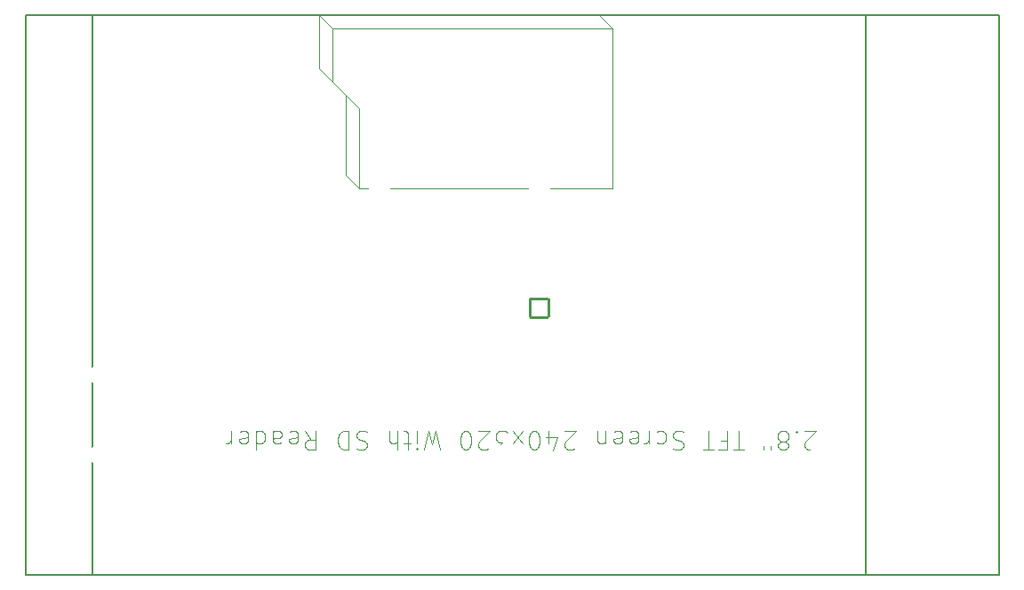
<source format=gbr>
%TF.GenerationSoftware,KiCad,Pcbnew,8.0.4*%
%TF.CreationDate,2024-09-20T15:57:52-06:00*%
%TF.ProjectId,Subsystem SPI Breakout v3,53756273-7973-4746-956d-205350492042,rev?*%
%TF.SameCoordinates,Original*%
%TF.FileFunction,Legend,Bot*%
%TF.FilePolarity,Positive*%
%FSLAX46Y46*%
G04 Gerber Fmt 4.6, Leading zero omitted, Abs format (unit mm)*
G04 Created by KiCad (PCBNEW 8.0.4) date 2024-09-20 15:57:52*
%MOMM*%
%LPD*%
G01*
G04 APERTURE LIST*
G04 Aperture macros list*
%AMRoundRect*
0 Rectangle with rounded corners*
0 $1 Rounding radius*
0 $2 $3 $4 $5 $6 $7 $8 $9 X,Y pos of 4 corners*
0 Add a 4 corners polygon primitive as box body*
4,1,4,$2,$3,$4,$5,$6,$7,$8,$9,$2,$3,0*
0 Add four circle primitives for the rounded corners*
1,1,$1+$1,$2,$3*
1,1,$1+$1,$4,$5*
1,1,$1+$1,$6,$7*
1,1,$1+$1,$8,$9*
0 Add four rect primitives between the rounded corners*
20,1,$1+$1,$2,$3,$4,$5,0*
20,1,$1+$1,$4,$5,$6,$7,0*
20,1,$1+$1,$6,$7,$8,$9,0*
20,1,$1+$1,$8,$9,$2,$3,0*%
G04 Aperture macros list end*
%ADD10C,0.100000*%
%ADD11C,0.200000*%
%ADD12C,2.794000*%
%ADD13C,1.524000*%
%ADD14R,1.524000X1.524000*%
%ADD15C,1.982000*%
%ADD16R,1.500000X1.050000*%
%ADD17O,1.500000X1.050000*%
%ADD18C,1.905000*%
%ADD19R,3.000000X3.000000*%
%ADD20C,3.000000*%
%ADD21RoundRect,0.102000X0.889000X0.889000X-0.889000X0.889000X-0.889000X-0.889000X0.889000X-0.889000X0*%
G04 APERTURE END LIST*
D10*
X181205544Y-109781459D02*
X181120877Y-109866125D01*
X181120877Y-109866125D02*
X180951544Y-109950792D01*
X180951544Y-109950792D02*
X180528211Y-109950792D01*
X180528211Y-109950792D02*
X180358877Y-109866125D01*
X180358877Y-109866125D02*
X180274211Y-109781459D01*
X180274211Y-109781459D02*
X180189544Y-109612125D01*
X180189544Y-109612125D02*
X180189544Y-109442792D01*
X180189544Y-109442792D02*
X180274211Y-109188792D01*
X180274211Y-109188792D02*
X181290211Y-108172792D01*
X181290211Y-108172792D02*
X180189544Y-108172792D01*
X179427544Y-108342125D02*
X179342878Y-108257459D01*
X179342878Y-108257459D02*
X179427544Y-108172792D01*
X179427544Y-108172792D02*
X179512211Y-108257459D01*
X179512211Y-108257459D02*
X179427544Y-108342125D01*
X179427544Y-108342125D02*
X179427544Y-108172792D01*
X178326877Y-109188792D02*
X178496211Y-109273459D01*
X178496211Y-109273459D02*
X178580877Y-109358125D01*
X178580877Y-109358125D02*
X178665544Y-109527459D01*
X178665544Y-109527459D02*
X178665544Y-109612125D01*
X178665544Y-109612125D02*
X178580877Y-109781459D01*
X178580877Y-109781459D02*
X178496211Y-109866125D01*
X178496211Y-109866125D02*
X178326877Y-109950792D01*
X178326877Y-109950792D02*
X177988211Y-109950792D01*
X177988211Y-109950792D02*
X177818877Y-109866125D01*
X177818877Y-109866125D02*
X177734211Y-109781459D01*
X177734211Y-109781459D02*
X177649544Y-109612125D01*
X177649544Y-109612125D02*
X177649544Y-109527459D01*
X177649544Y-109527459D02*
X177734211Y-109358125D01*
X177734211Y-109358125D02*
X177818877Y-109273459D01*
X177818877Y-109273459D02*
X177988211Y-109188792D01*
X177988211Y-109188792D02*
X178326877Y-109188792D01*
X178326877Y-109188792D02*
X178496211Y-109104125D01*
X178496211Y-109104125D02*
X178580877Y-109019459D01*
X178580877Y-109019459D02*
X178665544Y-108850125D01*
X178665544Y-108850125D02*
X178665544Y-108511459D01*
X178665544Y-108511459D02*
X178580877Y-108342125D01*
X178580877Y-108342125D02*
X178496211Y-108257459D01*
X178496211Y-108257459D02*
X178326877Y-108172792D01*
X178326877Y-108172792D02*
X177988211Y-108172792D01*
X177988211Y-108172792D02*
X177818877Y-108257459D01*
X177818877Y-108257459D02*
X177734211Y-108342125D01*
X177734211Y-108342125D02*
X177649544Y-108511459D01*
X177649544Y-108511459D02*
X177649544Y-108850125D01*
X177649544Y-108850125D02*
X177734211Y-109019459D01*
X177734211Y-109019459D02*
X177818877Y-109104125D01*
X177818877Y-109104125D02*
X177988211Y-109188792D01*
X176972211Y-109950792D02*
X176972211Y-109612125D01*
X176294878Y-109950792D02*
X176294878Y-109612125D01*
X174432210Y-109950792D02*
X173416210Y-109950792D01*
X173924210Y-108172792D02*
X173924210Y-109950792D01*
X172230877Y-109104125D02*
X172823543Y-109104125D01*
X172823543Y-108172792D02*
X172823543Y-109950792D01*
X172823543Y-109950792D02*
X171976877Y-109950792D01*
X171553543Y-109950792D02*
X170537543Y-109950792D01*
X171045543Y-108172792D02*
X171045543Y-109950792D01*
X168674876Y-108257459D02*
X168420876Y-108172792D01*
X168420876Y-108172792D02*
X167997543Y-108172792D01*
X167997543Y-108172792D02*
X167828209Y-108257459D01*
X167828209Y-108257459D02*
X167743543Y-108342125D01*
X167743543Y-108342125D02*
X167658876Y-108511459D01*
X167658876Y-108511459D02*
X167658876Y-108680792D01*
X167658876Y-108680792D02*
X167743543Y-108850125D01*
X167743543Y-108850125D02*
X167828209Y-108934792D01*
X167828209Y-108934792D02*
X167997543Y-109019459D01*
X167997543Y-109019459D02*
X168336209Y-109104125D01*
X168336209Y-109104125D02*
X168505543Y-109188792D01*
X168505543Y-109188792D02*
X168590209Y-109273459D01*
X168590209Y-109273459D02*
X168674876Y-109442792D01*
X168674876Y-109442792D02*
X168674876Y-109612125D01*
X168674876Y-109612125D02*
X168590209Y-109781459D01*
X168590209Y-109781459D02*
X168505543Y-109866125D01*
X168505543Y-109866125D02*
X168336209Y-109950792D01*
X168336209Y-109950792D02*
X167912876Y-109950792D01*
X167912876Y-109950792D02*
X167658876Y-109866125D01*
X166134876Y-108257459D02*
X166304210Y-108172792D01*
X166304210Y-108172792D02*
X166642876Y-108172792D01*
X166642876Y-108172792D02*
X166812210Y-108257459D01*
X166812210Y-108257459D02*
X166896876Y-108342125D01*
X166896876Y-108342125D02*
X166981543Y-108511459D01*
X166981543Y-108511459D02*
X166981543Y-109019459D01*
X166981543Y-109019459D02*
X166896876Y-109188792D01*
X166896876Y-109188792D02*
X166812210Y-109273459D01*
X166812210Y-109273459D02*
X166642876Y-109358125D01*
X166642876Y-109358125D02*
X166304210Y-109358125D01*
X166304210Y-109358125D02*
X166134876Y-109273459D01*
X165372876Y-108172792D02*
X165372876Y-109358125D01*
X165372876Y-109019459D02*
X165288210Y-109188792D01*
X165288210Y-109188792D02*
X165203543Y-109273459D01*
X165203543Y-109273459D02*
X165034210Y-109358125D01*
X165034210Y-109358125D02*
X164864876Y-109358125D01*
X163594876Y-108257459D02*
X163764209Y-108172792D01*
X163764209Y-108172792D02*
X164102876Y-108172792D01*
X164102876Y-108172792D02*
X164272209Y-108257459D01*
X164272209Y-108257459D02*
X164356876Y-108426792D01*
X164356876Y-108426792D02*
X164356876Y-109104125D01*
X164356876Y-109104125D02*
X164272209Y-109273459D01*
X164272209Y-109273459D02*
X164102876Y-109358125D01*
X164102876Y-109358125D02*
X163764209Y-109358125D01*
X163764209Y-109358125D02*
X163594876Y-109273459D01*
X163594876Y-109273459D02*
X163510209Y-109104125D01*
X163510209Y-109104125D02*
X163510209Y-108934792D01*
X163510209Y-108934792D02*
X164356876Y-108765459D01*
X162070876Y-108257459D02*
X162240209Y-108172792D01*
X162240209Y-108172792D02*
X162578876Y-108172792D01*
X162578876Y-108172792D02*
X162748209Y-108257459D01*
X162748209Y-108257459D02*
X162832876Y-108426792D01*
X162832876Y-108426792D02*
X162832876Y-109104125D01*
X162832876Y-109104125D02*
X162748209Y-109273459D01*
X162748209Y-109273459D02*
X162578876Y-109358125D01*
X162578876Y-109358125D02*
X162240209Y-109358125D01*
X162240209Y-109358125D02*
X162070876Y-109273459D01*
X162070876Y-109273459D02*
X161986209Y-109104125D01*
X161986209Y-109104125D02*
X161986209Y-108934792D01*
X161986209Y-108934792D02*
X162832876Y-108765459D01*
X161224209Y-109358125D02*
X161224209Y-108172792D01*
X161224209Y-109188792D02*
X161139543Y-109273459D01*
X161139543Y-109273459D02*
X160970209Y-109358125D01*
X160970209Y-109358125D02*
X160716209Y-109358125D01*
X160716209Y-109358125D02*
X160546876Y-109273459D01*
X160546876Y-109273459D02*
X160462209Y-109104125D01*
X160462209Y-109104125D02*
X160462209Y-108172792D01*
X158345542Y-109781459D02*
X158260875Y-109866125D01*
X158260875Y-109866125D02*
X158091542Y-109950792D01*
X158091542Y-109950792D02*
X157668209Y-109950792D01*
X157668209Y-109950792D02*
X157498875Y-109866125D01*
X157498875Y-109866125D02*
X157414209Y-109781459D01*
X157414209Y-109781459D02*
X157329542Y-109612125D01*
X157329542Y-109612125D02*
X157329542Y-109442792D01*
X157329542Y-109442792D02*
X157414209Y-109188792D01*
X157414209Y-109188792D02*
X158430209Y-108172792D01*
X158430209Y-108172792D02*
X157329542Y-108172792D01*
X155805542Y-109358125D02*
X155805542Y-108172792D01*
X156228876Y-110035459D02*
X156652209Y-108765459D01*
X156652209Y-108765459D02*
X155551542Y-108765459D01*
X154535543Y-109950792D02*
X154366209Y-109950792D01*
X154366209Y-109950792D02*
X154196876Y-109866125D01*
X154196876Y-109866125D02*
X154112209Y-109781459D01*
X154112209Y-109781459D02*
X154027543Y-109612125D01*
X154027543Y-109612125D02*
X153942876Y-109273459D01*
X153942876Y-109273459D02*
X153942876Y-108850125D01*
X153942876Y-108850125D02*
X154027543Y-108511459D01*
X154027543Y-108511459D02*
X154112209Y-108342125D01*
X154112209Y-108342125D02*
X154196876Y-108257459D01*
X154196876Y-108257459D02*
X154366209Y-108172792D01*
X154366209Y-108172792D02*
X154535543Y-108172792D01*
X154535543Y-108172792D02*
X154704876Y-108257459D01*
X154704876Y-108257459D02*
X154789543Y-108342125D01*
X154789543Y-108342125D02*
X154874209Y-108511459D01*
X154874209Y-108511459D02*
X154958876Y-108850125D01*
X154958876Y-108850125D02*
X154958876Y-109273459D01*
X154958876Y-109273459D02*
X154874209Y-109612125D01*
X154874209Y-109612125D02*
X154789543Y-109781459D01*
X154789543Y-109781459D02*
X154704876Y-109866125D01*
X154704876Y-109866125D02*
X154535543Y-109950792D01*
X153350210Y-108172792D02*
X152418876Y-109358125D01*
X153350210Y-109358125D02*
X152418876Y-108172792D01*
X151910877Y-109950792D02*
X150810210Y-109950792D01*
X150810210Y-109950792D02*
X151402877Y-109273459D01*
X151402877Y-109273459D02*
X151148877Y-109273459D01*
X151148877Y-109273459D02*
X150979543Y-109188792D01*
X150979543Y-109188792D02*
X150894877Y-109104125D01*
X150894877Y-109104125D02*
X150810210Y-108934792D01*
X150810210Y-108934792D02*
X150810210Y-108511459D01*
X150810210Y-108511459D02*
X150894877Y-108342125D01*
X150894877Y-108342125D02*
X150979543Y-108257459D01*
X150979543Y-108257459D02*
X151148877Y-108172792D01*
X151148877Y-108172792D02*
X151656877Y-108172792D01*
X151656877Y-108172792D02*
X151826210Y-108257459D01*
X151826210Y-108257459D02*
X151910877Y-108342125D01*
X150132877Y-109781459D02*
X150048210Y-109866125D01*
X150048210Y-109866125D02*
X149878877Y-109950792D01*
X149878877Y-109950792D02*
X149455544Y-109950792D01*
X149455544Y-109950792D02*
X149286210Y-109866125D01*
X149286210Y-109866125D02*
X149201544Y-109781459D01*
X149201544Y-109781459D02*
X149116877Y-109612125D01*
X149116877Y-109612125D02*
X149116877Y-109442792D01*
X149116877Y-109442792D02*
X149201544Y-109188792D01*
X149201544Y-109188792D02*
X150217544Y-108172792D01*
X150217544Y-108172792D02*
X149116877Y-108172792D01*
X148016211Y-109950792D02*
X147846877Y-109950792D01*
X147846877Y-109950792D02*
X147677544Y-109866125D01*
X147677544Y-109866125D02*
X147592877Y-109781459D01*
X147592877Y-109781459D02*
X147508211Y-109612125D01*
X147508211Y-109612125D02*
X147423544Y-109273459D01*
X147423544Y-109273459D02*
X147423544Y-108850125D01*
X147423544Y-108850125D02*
X147508211Y-108511459D01*
X147508211Y-108511459D02*
X147592877Y-108342125D01*
X147592877Y-108342125D02*
X147677544Y-108257459D01*
X147677544Y-108257459D02*
X147846877Y-108172792D01*
X147846877Y-108172792D02*
X148016211Y-108172792D01*
X148016211Y-108172792D02*
X148185544Y-108257459D01*
X148185544Y-108257459D02*
X148270211Y-108342125D01*
X148270211Y-108342125D02*
X148354877Y-108511459D01*
X148354877Y-108511459D02*
X148439544Y-108850125D01*
X148439544Y-108850125D02*
X148439544Y-109273459D01*
X148439544Y-109273459D02*
X148354877Y-109612125D01*
X148354877Y-109612125D02*
X148270211Y-109781459D01*
X148270211Y-109781459D02*
X148185544Y-109866125D01*
X148185544Y-109866125D02*
X148016211Y-109950792D01*
X145476211Y-109950792D02*
X145052877Y-108172792D01*
X145052877Y-108172792D02*
X144714211Y-109442792D01*
X144714211Y-109442792D02*
X144375544Y-108172792D01*
X144375544Y-108172792D02*
X143952211Y-109950792D01*
X143274877Y-108172792D02*
X143274877Y-109358125D01*
X143274877Y-109950792D02*
X143359544Y-109866125D01*
X143359544Y-109866125D02*
X143274877Y-109781459D01*
X143274877Y-109781459D02*
X143190211Y-109866125D01*
X143190211Y-109866125D02*
X143274877Y-109950792D01*
X143274877Y-109950792D02*
X143274877Y-109781459D01*
X142682210Y-109358125D02*
X142004877Y-109358125D01*
X142428210Y-109950792D02*
X142428210Y-108426792D01*
X142428210Y-108426792D02*
X142343544Y-108257459D01*
X142343544Y-108257459D02*
X142174210Y-108172792D01*
X142174210Y-108172792D02*
X142004877Y-108172792D01*
X141412210Y-108172792D02*
X141412210Y-109950792D01*
X140650210Y-108172792D02*
X140650210Y-109104125D01*
X140650210Y-109104125D02*
X140734877Y-109273459D01*
X140734877Y-109273459D02*
X140904210Y-109358125D01*
X140904210Y-109358125D02*
X141158210Y-109358125D01*
X141158210Y-109358125D02*
X141327544Y-109273459D01*
X141327544Y-109273459D02*
X141412210Y-109188792D01*
X138533543Y-108257459D02*
X138279543Y-108172792D01*
X138279543Y-108172792D02*
X137856210Y-108172792D01*
X137856210Y-108172792D02*
X137686876Y-108257459D01*
X137686876Y-108257459D02*
X137602210Y-108342125D01*
X137602210Y-108342125D02*
X137517543Y-108511459D01*
X137517543Y-108511459D02*
X137517543Y-108680792D01*
X137517543Y-108680792D02*
X137602210Y-108850125D01*
X137602210Y-108850125D02*
X137686876Y-108934792D01*
X137686876Y-108934792D02*
X137856210Y-109019459D01*
X137856210Y-109019459D02*
X138194876Y-109104125D01*
X138194876Y-109104125D02*
X138364210Y-109188792D01*
X138364210Y-109188792D02*
X138448876Y-109273459D01*
X138448876Y-109273459D02*
X138533543Y-109442792D01*
X138533543Y-109442792D02*
X138533543Y-109612125D01*
X138533543Y-109612125D02*
X138448876Y-109781459D01*
X138448876Y-109781459D02*
X138364210Y-109866125D01*
X138364210Y-109866125D02*
X138194876Y-109950792D01*
X138194876Y-109950792D02*
X137771543Y-109950792D01*
X137771543Y-109950792D02*
X137517543Y-109866125D01*
X136755543Y-108172792D02*
X136755543Y-109950792D01*
X136755543Y-109950792D02*
X136332210Y-109950792D01*
X136332210Y-109950792D02*
X136078210Y-109866125D01*
X136078210Y-109866125D02*
X135908877Y-109696792D01*
X135908877Y-109696792D02*
X135824210Y-109527459D01*
X135824210Y-109527459D02*
X135739543Y-109188792D01*
X135739543Y-109188792D02*
X135739543Y-108934792D01*
X135739543Y-108934792D02*
X135824210Y-108596125D01*
X135824210Y-108596125D02*
X135908877Y-108426792D01*
X135908877Y-108426792D02*
X136078210Y-108257459D01*
X136078210Y-108257459D02*
X136332210Y-108172792D01*
X136332210Y-108172792D02*
X136755543Y-108172792D01*
X132606876Y-108172792D02*
X133199543Y-109019459D01*
X133622876Y-108172792D02*
X133622876Y-109950792D01*
X133622876Y-109950792D02*
X132945543Y-109950792D01*
X132945543Y-109950792D02*
X132776210Y-109866125D01*
X132776210Y-109866125D02*
X132691543Y-109781459D01*
X132691543Y-109781459D02*
X132606876Y-109612125D01*
X132606876Y-109612125D02*
X132606876Y-109358125D01*
X132606876Y-109358125D02*
X132691543Y-109188792D01*
X132691543Y-109188792D02*
X132776210Y-109104125D01*
X132776210Y-109104125D02*
X132945543Y-109019459D01*
X132945543Y-109019459D02*
X133622876Y-109019459D01*
X131167543Y-108257459D02*
X131336876Y-108172792D01*
X131336876Y-108172792D02*
X131675543Y-108172792D01*
X131675543Y-108172792D02*
X131844876Y-108257459D01*
X131844876Y-108257459D02*
X131929543Y-108426792D01*
X131929543Y-108426792D02*
X131929543Y-109104125D01*
X131929543Y-109104125D02*
X131844876Y-109273459D01*
X131844876Y-109273459D02*
X131675543Y-109358125D01*
X131675543Y-109358125D02*
X131336876Y-109358125D01*
X131336876Y-109358125D02*
X131167543Y-109273459D01*
X131167543Y-109273459D02*
X131082876Y-109104125D01*
X131082876Y-109104125D02*
X131082876Y-108934792D01*
X131082876Y-108934792D02*
X131929543Y-108765459D01*
X129558876Y-108172792D02*
X129558876Y-109104125D01*
X129558876Y-109104125D02*
X129643543Y-109273459D01*
X129643543Y-109273459D02*
X129812876Y-109358125D01*
X129812876Y-109358125D02*
X130151543Y-109358125D01*
X130151543Y-109358125D02*
X130320876Y-109273459D01*
X129558876Y-108257459D02*
X129728210Y-108172792D01*
X129728210Y-108172792D02*
X130151543Y-108172792D01*
X130151543Y-108172792D02*
X130320876Y-108257459D01*
X130320876Y-108257459D02*
X130405543Y-108426792D01*
X130405543Y-108426792D02*
X130405543Y-108596125D01*
X130405543Y-108596125D02*
X130320876Y-108765459D01*
X130320876Y-108765459D02*
X130151543Y-108850125D01*
X130151543Y-108850125D02*
X129728210Y-108850125D01*
X129728210Y-108850125D02*
X129558876Y-108934792D01*
X127950209Y-108172792D02*
X127950209Y-109950792D01*
X127950209Y-108257459D02*
X128119543Y-108172792D01*
X128119543Y-108172792D02*
X128458209Y-108172792D01*
X128458209Y-108172792D02*
X128627543Y-108257459D01*
X128627543Y-108257459D02*
X128712209Y-108342125D01*
X128712209Y-108342125D02*
X128796876Y-108511459D01*
X128796876Y-108511459D02*
X128796876Y-109019459D01*
X128796876Y-109019459D02*
X128712209Y-109188792D01*
X128712209Y-109188792D02*
X128627543Y-109273459D01*
X128627543Y-109273459D02*
X128458209Y-109358125D01*
X128458209Y-109358125D02*
X128119543Y-109358125D01*
X128119543Y-109358125D02*
X127950209Y-109273459D01*
X126426209Y-108257459D02*
X126595542Y-108172792D01*
X126595542Y-108172792D02*
X126934209Y-108172792D01*
X126934209Y-108172792D02*
X127103542Y-108257459D01*
X127103542Y-108257459D02*
X127188209Y-108426792D01*
X127188209Y-108426792D02*
X127188209Y-109104125D01*
X127188209Y-109104125D02*
X127103542Y-109273459D01*
X127103542Y-109273459D02*
X126934209Y-109358125D01*
X126934209Y-109358125D02*
X126595542Y-109358125D01*
X126595542Y-109358125D02*
X126426209Y-109273459D01*
X126426209Y-109273459D02*
X126341542Y-109104125D01*
X126341542Y-109104125D02*
X126341542Y-108934792D01*
X126341542Y-108934792D02*
X127188209Y-108765459D01*
X125579542Y-108172792D02*
X125579542Y-109358125D01*
X125579542Y-109019459D02*
X125494876Y-109188792D01*
X125494876Y-109188792D02*
X125410209Y-109273459D01*
X125410209Y-109273459D02*
X125240876Y-109358125D01*
X125240876Y-109358125D02*
X125071542Y-109358125D01*
%TO.C,U2*%
X161850000Y-85090000D02*
X161850000Y-69850000D01*
X161850000Y-69850000D02*
X160580000Y-68580000D01*
X137720000Y-85090000D02*
X161850000Y-85090000D01*
X137720000Y-85090000D02*
X137720000Y-77470000D01*
X137720000Y-85090000D02*
X136450000Y-83820000D01*
X137720000Y-77470000D02*
X135180000Y-74930000D01*
X136450000Y-83820000D02*
X136450000Y-76200000D01*
X135180000Y-74930000D02*
X133910000Y-73660000D01*
X135180000Y-69850000D02*
X161850000Y-69850000D01*
X135180000Y-69850000D02*
X135180000Y-74930000D01*
X133910000Y-73660000D02*
X133910000Y-68580000D01*
X133910000Y-68580000D02*
X135180000Y-69850000D01*
D11*
X198680000Y-121920000D02*
X105970000Y-121920000D01*
X105970000Y-68580000D01*
X198680000Y-68580000D01*
X198680000Y-121920000D01*
X185980000Y-121920000D02*
X112320000Y-121920000D01*
X112320000Y-68580000D01*
X185980000Y-68580000D01*
X185980000Y-121920000D01*
%TD*%
%LPC*%
D12*
%TO.C,U2*%
X191060000Y-113030000D03*
X191060000Y-77470000D03*
X108510000Y-113030000D03*
X108510000Y-77470000D03*
D13*
X196140000Y-83820000D03*
X196140000Y-88900000D03*
X196140000Y-81280000D03*
X196140000Y-96520000D03*
X196140000Y-86360000D03*
X196140000Y-93980000D03*
X196140000Y-91440000D03*
X196140000Y-99060000D03*
D14*
X108510000Y-91440000D03*
D13*
X108510000Y-96520000D03*
X108510000Y-93980000D03*
X108510000Y-99060000D03*
X196140000Y-101600000D03*
X196140000Y-104140000D03*
X196140000Y-106680000D03*
X196140000Y-109220000D03*
X196140000Y-111760000D03*
D14*
X196140000Y-78740000D03*
%TD*%
D15*
%TO.C,R5*%
X118110000Y-78740000D03*
X118110000Y-71120000D03*
%TD*%
%TO.C,R9*%
X172720000Y-99060000D03*
X180340000Y-99060000D03*
%TD*%
D13*
%TO.C,U3*%
X182880000Y-99060000D03*
X193040000Y-96520000D03*
X193040000Y-101600000D03*
%TD*%
D15*
%TO.C,R16*%
X134620000Y-111760000D03*
X134620000Y-119380000D03*
%TD*%
%TO.C,R10*%
X148590000Y-78740000D03*
X148590000Y-71120000D03*
%TD*%
D16*
%TO.C,CS_SD1*%
X139700000Y-71120000D03*
D17*
X139700000Y-72390000D03*
X139700000Y-73660000D03*
%TD*%
D16*
%TO.C,DC1*%
X170180000Y-71120000D03*
D17*
X170180000Y-72390000D03*
X170180000Y-73660000D03*
%TD*%
D15*
%TO.C,R1*%
X181610000Y-110490000D03*
X181610000Y-118110000D03*
%TD*%
%TO.C,R17*%
X129540000Y-104140000D03*
X129540000Y-111760000D03*
%TD*%
%TO.C,R14*%
X132080000Y-78740000D03*
X132080000Y-71120000D03*
%TD*%
%TO.C,R11*%
X154940000Y-85090000D03*
X154940000Y-77470000D03*
%TD*%
D17*
%TO.C,RESET1*%
X146050000Y-115570000D03*
X146050000Y-116840000D03*
D16*
X146050000Y-118110000D03*
%TD*%
D15*
%TO.C,R6*%
X124460000Y-85090000D03*
X124460000Y-77470000D03*
%TD*%
D16*
%TO.C,MISO1*%
X124460000Y-71120000D03*
D17*
X124460000Y-72390000D03*
X124460000Y-73660000D03*
%TD*%
D18*
%TO.C,U1*%
X194310000Y-118110000D03*
%TD*%
D19*
%TO.C,LS1*%
X120650000Y-116840000D03*
D20*
X115570000Y-116840000D03*
%TD*%
D15*
%TO.C,R15*%
X139700000Y-85090000D03*
X139700000Y-77470000D03*
%TD*%
D21*
%TO.C,C1*%
X154940000Y-96520000D03*
D15*
X152400000Y-96520000D03*
X149860000Y-96520000D03*
X144780000Y-93980000D03*
X144780000Y-96520000D03*
X142240000Y-96520000D03*
X147320000Y-96520000D03*
X147320000Y-93980000D03*
X154940000Y-93980000D03*
X149860000Y-93980000D03*
X152400000Y-93980000D03*
X142240000Y-93980000D03*
%TD*%
D17*
%TO.C,MOSI1*%
X161290000Y-115570000D03*
X161290000Y-116840000D03*
D16*
X161290000Y-118110000D03*
%TD*%
D15*
%TO.C,R12*%
X163830000Y-80010000D03*
X163830000Y-72390000D03*
%TD*%
%TO.C,R2*%
X176530000Y-104140000D03*
X176530000Y-111760000D03*
%TD*%
D16*
%TO.C,Amplifying Transistor1*%
X119380000Y-104140000D03*
D17*
X119380000Y-105410000D03*
X119380000Y-106680000D03*
%TD*%
D15*
%TO.C,R7*%
X113030000Y-102870000D03*
X113030000Y-110490000D03*
%TD*%
%TO.C,R13*%
X170180000Y-85090000D03*
X170180000Y-77470000D03*
%TD*%
%TO.C,R19*%
X146050000Y-104140000D03*
X146050000Y-111760000D03*
%TD*%
D16*
%TO.C,CS_TFT1*%
X154940000Y-71120000D03*
D17*
X154940000Y-72390000D03*
X154940000Y-73660000D03*
%TD*%
%TO.C,SCK1*%
X176530000Y-115570000D03*
X176530000Y-116840000D03*
D16*
X176530000Y-118110000D03*
%TD*%
D15*
%TO.C,R3*%
X166370000Y-110490000D03*
X166370000Y-118110000D03*
%TD*%
%TO.C,R18*%
X151130000Y-110490000D03*
X151130000Y-118110000D03*
%TD*%
%TO.C,R8*%
X125730000Y-105410000D03*
X125730000Y-97790000D03*
%TD*%
%TO.C,R4*%
X161290000Y-104140000D03*
X161290000Y-111760000D03*
%TD*%
D16*
%TO.C,CS_Touch1*%
X129540000Y-118110000D03*
D17*
X129540000Y-116840000D03*
X129540000Y-115570000D03*
%TD*%
%LPD*%
M02*

</source>
